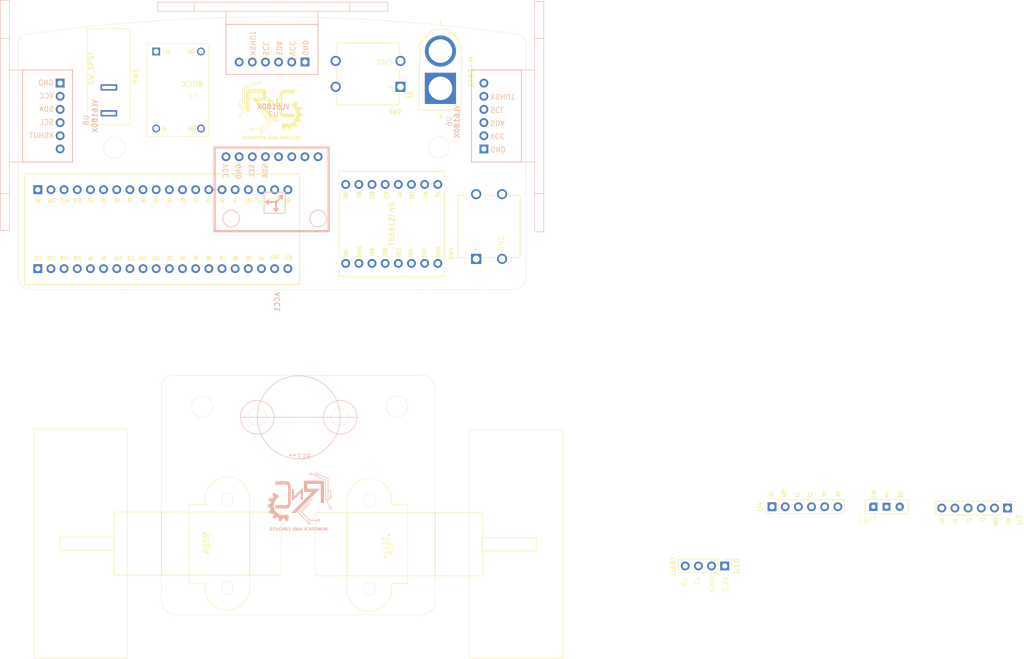
<source format=kicad_pcb>
(kicad_pcb (version 20241229) (generator "pcbnew") (generator_version "9.0")
  (layers (0 "F.Cu" signal) (2 "B.Cu" signal) (13 "F.Paste" user) (15 "B.Paste" user) (5 "F.SilkS" user "F.Silkscreen") (7 "B.SilkS" user "B.Silkscreen") (1 "F.Mask" user) (3 "B.Mask" user) (25 "Edge.Cuts" user))
  (net 0 "")
  (net 1 "3.3v")
  (net 2 "GND")
  (net 3 "SDA")
  (net 4 "SCL")
  (net 5 "push button")
  (net 6 "XSHUT 1")
  (net 7 "XSHUT 2")
  (net 10 "encoder A2")
  (net 11 "STBY")
  (net 12 "encoder A1")
  (net 13 "PWM B")
  (net 15 "encoder B1")
  (net 16 "XSHUT 3")
  (net 22 "BIN2")
  (net 24 "push button 1")
  (net 25 "encoder B2")
  (net 27 "BIN1")
  (net 28 "AIN1")
  (net 29 "AIN2")
  (net 30 "Tx")
  (net 31 "5v")
  (net 34 "PWM A")
  (net 35 "Rx")
  (net 39 "7.4vb")
  (net 40 "AO2")
  (net 41 "AO1")
  (net 42 "BO2")
  (net 43 "BO1")
  (net 44 "7.4v")
  (net 47 "slide_SW")
  (footprint "push button 1:SW_VS-1213-67-160GF" (layer "F.Cu") (at 147.569226 16.774364 180)
    (property "Reference" "SW2" (at -5.2062 -7.30401 0) (layer "F.SilkS") (effects (font (size 0.801197 0.801197))))
    (property "Value" "SW_Push")
    (fp_text user "GND" (at -4.826 2.921 180) (layer "F.SilkS") (effects (font (thickness 0.1)) (justify left bottom)))
    (fp_text user "+" (at -5.08 -2.159 180) (layer "F.SilkS") (effects (font (thickness 0.1)) (justify left bottom)))
    (pad "1" thru_hole rect (at -6.25 -2.5 180) (size 1.95 1.95) (drill 1.3) (layers "*.Cu" "*.Mask") (net 24 "push button 1"))
    (pad "2" thru_hole circle (at -6.25 2.5 180) (size 1.95 1.95) (drill 1.3) (layers "*.Cu" "*.Mask") (net 2 "GND"))
    (pad "3" thru_hole circle (at 6.25 -2.5 180) (size 1.95 1.95) (drill 1.3) (layers "*.Cu" "*.Mask"))
    (pad "4" thru_hole circle (at 6.25 2.5 180) (size 1.95 1.95) (drill 1.3) (layers "*.Cu" "*.Mask"))
  )
  (footprint "XT60:AMASS_XT60-M" (layer "F.Cu") (at 161.539226 15.968364 90)
    (property "Reference" "J1" (at -4.825 -5.935 90) (layer "F.SilkS"))
    (property "Value" "XT60-M" (at -0.38 5.935 90) (layer "F.SilkS"))
    (pad "N" thru_hole circle (at 3.6 0 90) (size 6 6) (drill 4.55) (layers "*.Cu" "*.Mask") (net 2 "GND"))
    (pad "P" thru_hole rect (at -3.6 0 90) (size 6 6) (drill 4.55) (layers "*.Cu" "*.Mask") (net 44 "7.4v"))
  )
  (footprint "rnc:rnc3" (layer "F.Cu") (at 129.027226 24.394364)
    (property "Reference" "G***" (hide yes))
    (property "Value" "LOGO" (hide yes))
  )
  (footprint "n20 motor:n20 motor" (layer "F.Cu") (at 118.618 107.442)
    (property "Reference" "REF**" (at -2.365 -0.254 90) (layer "F.SilkS") (effects (font (thickness 0.1))))
    (property "Value" "n20 motor")
  )
  (footprint "slide switch:SLIDE SW" (layer "F.Cu") (at 247.6 103.41)
    (property "Reference" "SW3" (hide yes))
    (property "Value" "SW_SPDT_312" (hide yes))
    (fp_text user "+ve" (at -0.381 -6.35 270) (layer "F.SilkS") (effects (font (size 0.8 0.5) (thickness 0.125) (bold yes)) (justify left bottom)))
    (fp_text user "GND\n" (at 2.286 -6.35 270) (layer "F.SilkS") (effects (font (size 0.8 0.5) (thickness 0.125) (bold yes)) (justify left bottom)))
    (fp_text user "LEFT" (at -5.26 0.13 0) (layer "F.SilkS") (effects (font (thickness 0.1)) (justify left bottom)))
    (fp_text user "MCU\n" (at -2.921 -6.35 270) (layer "F.SilkS") (effects (font (size 0.8 0.5) (thickness 0.125) (bold yes)) (justify left bottom)))
    (pad "1" thru_hole roundrect (at -2.49 -3.08) (size 1.6 1.6) (drill 0.8) (layers "*.Cu" "*.Mask") (roundrect_rratio 0) (chamfer_ratio 0.2) (chamfer top_left) (net 47 "slide_SW"))
    (pad "2" thru_hole rect (at 0.05 -3.08) (size 1.5 1.5) (drill 0.8) (layers "*.Cu" "*.Mask") (net 1 "3.3v"))
    (pad "3" thru_hole circle (at 2.59 -3.08) (size 1.6 1.6) (drill 0.8) (layers "*.Cu" "*.Mask") (net 2 "GND"))
  )
  (footprint "Connector_PinHeader_2.54mm:PinHeader_1x06_P2.54mm_Vertical" (layer "F.Cu") (at 271.018 100.584 -90)
    (property "Reference" "U3" (at 2.286 -2.33 90) (layer "F.SilkS"))
    (property "Value" "N20 encoder right")
    (fp_text user "C2" (at 1.778 7.874 270) (layer "F.SilkS") (effects (font (size 0.8 0.5) (thickness 0.125) (bold yes)) (justify left bottom)))
    (fp_text user "M1" (at 1.905 0.381 270) (layer "F.SilkS") (effects (font (size 0.8 0.5) (thickness 0.125) (bold yes)) (justify left bottom)))
    (fp_text user "C1\n" (at 1.778 5.334 270) (layer "F.SilkS") (effects (font (size 0.8 0.5) (thickness 0.125) (bold yes)) (justify left bottom)))
    (fp_text user "GND\n" (at 1.778 2.794 270) (layer "F.SilkS") (effects (font (size 0.8 0.5) (thickness 0.125) (bold yes)) (justify left bottom)))
    (fp_text user "Vcc" (at 1.905 10.541 270) (layer "F.SilkS") (effects (font (size 0.8 0.5) (thickness 0.125) (bold yes)) (justify left bottom)))
    (fp_text user "M2" (at 1.905 13.208 270) (layer "F.SilkS") (effects (font (size 0.8 0.5) (thickness 0.125) (bold yes)) (justify left bottom)))
    (pad "1" thru_hole rect (at 0 0 270) (size 1.7 1.7) (drill 1) (layers "*.Cu" "*.Mask") (net 41 "AO1"))
    (pad "2" thru_hole oval (at 0 2.54 270) (size 1.7 1.7) (drill 1) (layers "*.Cu" "*.Mask") (net 2 "GND"))
    (pad "3" thru_hole oval (at 0 5.08 270) (size 1.7 1.7) (drill 1) (layers "*.Cu" "*.Mask") (net 12 "encoder A1"))
    (pad "4" thru_hole oval (at 0 7.62 270) (size 1.7 1.7) (drill 1) (layers "*.Cu" "*.Mask") (net 15 "encoder B1"))
    (pad "5" thru_hole oval (at 0 10.16 270) (size 1.7 1.7) (drill 1) (layers "*.Cu" "*.Mask") (net 1 "3.3v"))
    (pad "6" thru_hole oval (at 0 12.7 270) (size 1.7 1.7) (drill 1) (layers "*.Cu" "*.Mask") (net 40 "AO2"))
  )
  (footprint "STM32:STM32" (layer "F.Cu") (at 107.945226 46.492364)
    (property "Reference" "U2" (hide yes))
    (property "Value" "STM32 Blackpill" (hide yes))
    (fp_text user "B4" (at 3.302 6.35 0) (layer "F.SilkS") (effects (font (size 0.8 0.5) (thickness 0.125) (bold yes)) (justify left bottom)))
    (fp_text user "A9" (at -11.938 6.35 0) (layer "F.SilkS") (effects (font (size 0.8 0.5) (thickness 0.125) (bold yes)) (justify left bottom)))
    (fp_text user "GND" (at -22.352 -4.826 0) (layer "F.SilkS") (effects (font (size 0.8 0.5) (thickness 0.125) (bold yes)) (justify left bottom)))
    (fp_text user "B8" (at 13.462 6.35 0) (layer "F.SilkS") (effects (font (size 0.8 0.5) (thickness 0.125) (bold yes)) (justify left bottom)))
    (fp_text user "C13\n" (at 20.828 -4.826 0) (layer "F.SilkS") (effects (font (size 0.8 0.5) (thickness 0.125) (bold yes)) (justify left bottom)))
    (fp_text user "C15" (at 15.748 -4.826 0) (layer "F.SilkS") (effects (font (size 0.8 0.5) (thickness 0.125) (bold yes)) (justify left bottom)))
    (fp_text user "B3" (at 0.762 6.35 0) (layer "F.SilkS") (effects (font (size 0.8 0.5) (thickness 0.125) (bold yes)) (justify left bottom)))
    (fp_text user "A1" (at 8.382 -4.826 0) (layer "F.SilkS") (effects (font (size 0.8 0.5) (thickness 0.125) (bold yes)) (justify left bottom)))
    (fp_text user "A11" (at -6.858 6.35 0) (layer "F.SilkS") (effects (font (size 0.8 0.5) (thickness 0.125) (bold yes)) (justify left bottom)))
    (fp_text user "A10" (at -9.398 6.35 0) (layer "F.SilkS") (effects (font (size 0.8 0.5) (thickness 0.125) (bold yes)) (justify left bottom)))
    (fp_text user "A7" (at -6.858 -4.826 0) (layer "F.SilkS") (effects (font (size 0.8 0.5) (thickness 0.125) (bold yes)) (justify left bottom)))
    (fp_text user "GND" (at 20.828 6.096 0) (layer "F.SilkS") (effects (font (size 0.8 0.5) (thickness 0.125) (bold yes)) (justify left bottom)))
    (fp_text user "A2" (at 5.842 -4.826 0) (layer "F.SilkS") (effects (font (size 0.8 0.5) (thickness 0.125) (bold yes)) (justify left bottom)))
    (fp_text user "5V" (at -24.638 -4.826 0) (layer "F.SilkS") (effects (font (size 0.8 0.5) (thickness 0.125) (bold yes)) (justify left bottom)))
    (fp_text user "A3" (at 3.302 -4.826 0) (layer "F.SilkS") (effects (font (size 0.8 0.5) (thickness 0.125) (bold yes)) (justify left bottom)))
    (fp_text user "5v" (at 18.542 6.35 0) (layer "F.SilkS") (effects (font (size 0.8 0.5) (thickness 0.125) (bold yes)) (justify left bottom)))
    (fp_text user "B7" (at 10.922 6.35 0) (layer "F.SilkS") (effects (font (size 0.8 0.5) (thickness 0.125) (bold yes)) (justify left bottom)))
    (fp_text user "B5" (at 5.842 6.35 0) (layer "F.SilkS") (effects (font (size 0.8 0.5) (thickness 0.125) (bold yes)) (justify left bottom)))
    (fp_text user "A4" (at 0.762 -4.826 0) (layer "F.SilkS") (effects (font (size 0.8 0.5) (thickness 0.125) (bold yes)) (justify left bottom)))
    (fp_text user "B12\n" (at -24.892 6.35 0) (layer "F.SilkS") (effects (font (size 0.8 0.5) (thickness 0.125) (bold yes)) (justify left bottom)))
    (fp_text user "B13" (at -22.352 6.35 0) (layer "F.SilkS") (effects (font (size 0.8 0.5) (thickness 0.125) (bold yes)) (justify left bottom)))
    (fp_text user "A0" (at 10.922 -4.826 0) (layer "F.SilkS") (effects (font (size 0.8 0.5) (thickness 0.125) (bold yes)) (justify left bottom)))
    (fp_text user "B1" (at -11.938 -4.826 0) (layer "F.SilkS") (effects (font (size 0.8 0.5) (thickness 0.125) (bold yes)) (justify left bottom)))
    (fp_text user "B14" (at -19.812 6.35 0) (layer "F.SilkS") (effects (font (size 0.8 0.5) (thickness 0.125) (bold yes)) (justify left bottom)))
    (fp_text user "A5" (at -1.778 -4.826 0) (layer "F.SilkS") (effects (font (size 0.8 0.5) (thickness 0.125) (bold yes)) (justify left bottom)))
    (fp_text user "A12\n" (at -4.572 6.35 0) (layer "F.SilkS") (effects (font (size 0.8 0.5) (thickness 0.125) (bold yes)) (justify left bottom)))
    (fp_text user "R" (at 13.589 -4.826 0) (layer "F.SilkS") (effects (font (size 0.8 0.5) (thickness 0.125) (bold yes)) (justify left bottom)))
    (fp_text user "A6" (at -4.318 -4.826 0) (layer "F.SilkS") (effects (font (size 0.8 0.5) (thickness 0.125) (bold yes)) (justify left bottom)))
    (fp_text user "B6" (at 8.382 6.35 0) (layer "F.SilkS") (effects (font (size 0.8 0.5) (thickness 0.125) (bold yes)) (justify left bottom)))
    (fp_text user "A15" (at -2.032 6.35 0) (layer "F.SilkS") (effects (font (size 0.8 0.5) (thickness 0.125) (bold yes)) (justify left bottom)))
    (fp_text user "B9\n" (at 16.002 6.35 0) (layer "F.SilkS") (effects (font (size 0.8 0.5) (thickness 0.125) (bold yes)) (justify left bottom)))
    (fp_text user "B15" (at -17.272 6.35 0) (layer "F.SilkS") (effects (font (size 0.8 0.5) (thickness 0.125) (bold yes)) (justify left bottom)))
    (fp_text user "C14" (at 18.288 -4.826 0) (layer "F.SilkS") (effects (font (size 0.8 0.5) (thickness 0.125) (bold yes)) (justify left bottom)))
    (fp_text user "B0" (at -9.398 -4.826 0) (layer "F.SilkS") (effects (font (size 0.8 0.5) (thickness 0.125) (bold yes)) (justify left bottom)))
    (fp_text user "B2" (at -14.478 -4.826 0) (layer "F.SilkS") (effects (font (size 0.8 0.5) (thickness 0.125) (bold yes)) (justify left bottom)))
    (fp_text user "B10" (at -17.272 -4.826 0) (layer "F.SilkS") (effects (font (size 0.8 0.5) (thickness 0.125) (bold yes)) (justify left bottom)))
    (fp_text user "A8" (at -14.478 6.35 0) (layer "F.SilkS") (effects (font (size 0.8 0.5) (thickness 0.125) (bold yes)) (justify left bottom)))
    (fp_text user "3.3v" (at 23.368 6.096 0) (layer "F.SilkS") (effects (font (size 0.8 0.5) (thickness 0.125) (bold yes)) (justify left bottom)))
    (fp_text user "3.3v" (at -19.812 -4.826 0) (layer "F.SilkS") (effects (font (size 0.8 0.5) (thickness 0.125) (bold yes)) (justify left bottom)))
    (fp_text user "VB\n" (at 23.622 -4.826 0) (layer "F.SilkS") (effects (font (size 0.8 0.5) (thickness 0.125) (bold yes)) (justify left bottom)))
    (pad "1" thru_hole rect (at -24.13 7.874) (size 1.7 1.7) (drill 1) (layers "*.Cu" "*.Mask") (net 11 "STBY"))
    (pad "2" thru_hole circle (at -21.59 7.874) (size 1.7 1.7) (drill 1) (layers "*.Cu" "*.Mask") (net 6 "XSHUT 1"))
    (pad "3" thru_hole circle (at -19.05 7.874) (size 1.7 1.7) (drill 1) (layers "*.Cu" "*.Mask") (net 7 "XSHUT 2"))
    (pad "4" thru_hole circle (at -16.51 7.874) (size 1.7 1.7) (drill 1) (layers "*.Cu" "*.Mask") (net 16 "XSHUT 3"))
    (pad "5" thru_hole circle (at -13.97 7.874) (size 1.7 1.7) (drill 1) (layers "*.Cu" "*.Mask") (net 5 "push button"))
    (pad "6" thru_hole circle (at -11.43 7.874) (size 1.7 1.7) (drill 1) (layers "*.Cu" "*.Mask") (net 30 "Tx"))
    (pad "7" thru_hole circle (at -8.89 7.874) (size 1.7 1.7) (drill 1) (layers "*.Cu" "*.Mask") (net 35 "Rx"))
    (pad "8" thru_hole circle (at -6.35 7.874) (size 1.7 1.7) (drill 1) (layers "*.Cu" "*.Mask"))
    (pad "9" thru_hole circle (at -3.81 7.874) (size 1.7 1.7) (drill 1) (layers "*.Cu" "*.Mask") (net 47 "slide_SW"))
    (pad "10" thru_hole circle (at -1.27 7.874) (size 1.7 1.7) (drill 1) (layers "*.Cu" "*.Mask") (net 15 "encoder B1"))
    (pad "11" thru_hole circle (at 1.27 7.874) (size 1.7 1.7) (drill 1) (layers "*.Cu" "*.Mask") (net 12 "encoder A1"))
    (pad "12" thru_hole circle (at 3.81 7.874) (size 1.7 1.7) (drill 1) (layers "*.Cu" "*.Mask"))
    (pad "13" thru_hole circle (at 6.35 7.874) (size 1.7 1.7) (drill 1) (layers "*.Cu" "*.Mask") (net 24 "push button 1"))
    (pad "14" thru_hole circle (at 8.89 7.874) (size 1.7 1.7) (drill 1) (layers "*.Cu" "*.Mask") (net 4 "SCL"))
    (pad "15" thru_hole circle (at 11.43 7.874) (size 1.7 1.7) (drill 1) (layers "*.Cu" "*.Mask") (net 3 "SDA"))
    (pad "16" thru_hole circle (at 13.97 7.874) (size 1.7 1.7) (drill 1) (layers "*.Cu" "*.Mask") (net 25 "encoder B2"))
    (pad "17" thru_hole circle (at 16.51 7.874) (size 1.7 1.7) (drill 1) (layers "*.Cu" "*.Mask") (net 10 "encoder A2"))
    (pad "18" thru_hole circle (at 19.05 7.874) (size 1.7 1.7) (drill 1) (layers "*.Cu" "*.Mask"))
    (pad "19" thru_hole circle (at 21.59 7.874) (size 1.7 1.7) (drill 1) (layers "*.Cu" "*.Mask") (net 2 "GND"))
    (pad "20" thru_hole circle (at 24.13 7.874) (size 1.7 1.7) (drill 1) (layers "*.Cu" "*.Mask") (net 1 "3.3v"))
    (pad "21" thru_hole circle (at 24.13 -7.366) (size 1.7 1.7) (drill 1) (layers "*.Cu" "*.Mask"))
    (pad "22" thru_hole circle (at 21.59 -7.366) (size 1.7 1.7) (drill 1) (layers "*.Cu" "*.Mask"))
    (pad "23" thru_hole circle (at 19.05 -7.366) (size 1.7 1.7) (drill 1) (layers "*.Cu" "*.Mask"))
    (pad "24" thru_hole circle (at 16.51 -7.366) (size 1.7 1.7) (drill 1) (layers "*.Cu" "*.Mask"))
    (pad "25" thru_hole circle (at 13.97 -7.366) (size 1.7 1.7) (drill 1) (layers "*.Cu" "*.Mask"))
    (pad "26" thru_hole circle (at 11.43 -7.366) (size 1.7 1.7) (drill 1) (layers "*.Cu" "*.Mask"))
    (pad "27" thru_hole circle (at 8.89 -7.366) (size 1.7 1.7) (drill 1) (layers "*.Cu" "*.Mask") (net 34 "PWM A"))
    (pad "28" thru_hole circle (at 6.35 -7.366) (size 1.7 1.7) (drill 1) (layers "*.Cu" "*.Mask") (net 29 "AIN2"))
    (pad "29" thru_hole circle (at 3.81 -7.366) (size 1.7 1.7) (drill 1) (layers "*.Cu" "*.Mask") (net 28 "AIN1"))
    (pad "30" thru_hole circle (at 1.27 -7.366) (size 1.7 1.7) (drill 1) (layers "*.Cu" "*.Mask") (net 27 "BIN1"))
    (pad "31" thru_hole circle (at -1.27 -7.366) (size 1.7 1.7) (drill 1) (layers "*.Cu" "*.Mask") (net 22 "BIN2"))
    (pad "32" thru_hole circle (at -3.81 -7.366) (size 1.7 1.7) (drill 1) (layers "*.Cu" "*.Mask") (net 13 "PWM B"))
    (pad "33" thru_hole circle (at -6.35 -7.366) (size 1.7 1.7) (drill 1) (layers "*.Cu" "*.Mask"))
    (pad "34" thru_hole circle (at -8.89 -7.366) (size 1.7 1.7) (drill 1) (layers "*.Cu" "*.Mask"))
    (pad "35" thru_hole circle (at -11.43 -7.366) (size 1.7 1.7) (drill 1) (layers "*.Cu" "*.Mask"))
    (pad "36" thru_hole circle (at -13.97 -7.366) (size 1.7 1.7) (drill 1) (layers "*.Cu" "*.Mask"))
    (pad "37" thru_hole circle (at -16.51 -7.366) (size 1.7 1.7) (drill 1) (layers "*.Cu" "*.Mask"))
    (pad "38" thru_hole circle (at -19.05 -7.366) (size 1.7 1.7) (drill 1) (layers "*.Cu" "*.Mask"))
    (pad "39" thru_hole circle (at -21.59 -7.366) (size 1.7 1.7) (drill 1) (layers "*.Cu" "*.Mask") (net 2 "GND"))
    (pad "40" thru_hole rect (at -24.13 -7.366) (size 1.7 1.7) (drill 1) (layers "*.Cu" "*.Mask") (net 31 "5v"))
  )
  (footprint "push button 1:SW_VS-1213-67-160GF" (layer "F.Cu") (at 170.937226 46.238364 90)
    (property "Reference" "SW4" (at -5.2062 -7.30401 90) (layer "F.SilkS") (effects (font (size 0.801197 0.801197))))
    (property "Value" "SW_Push")
    (fp_text user "GND" (at -4.826 2.921 90) (layer "F.SilkS") (effects (font (thickness 0.1)) (justify left bottom)))
    (fp_text user "+" (at -5.08 -2.159 90) (layer "F.SilkS") (effects (font (thickness 0.1)) (justify left bottom)))
    (pad "1" thru_hole rect (at -6.25 -2.5 90) (size 1.95 1.95) (drill 1.3) (layers "*.Cu" "*.Mask") (net 5 "push button"))
    (pad "2" thru_hole circle (at -6.25 2.5 90) (size 1.95 1.95) (drill 1.3) (layers "*.Cu" "*.Mask") (net 2 "GND"))
    (pad "3" thru_hole circle (at 6.25 -2.5 90) (size 1.95 1.95) (drill 1.3) (layers "*.Cu" "*.Mask"))
    (pad "4" thru_hole circle (at 6.25 2.5 90) (size 1.95 1.95) (drill 1.3) (layers "*.Cu" "*.Mask"))
  )
  (footprint "TB6612FNG:TB6612FNG" (layer "F.Cu") (at 152.141226 45.730364 -90)
    (property "Reference" "U5" (hide yes))
    (property "Value" "TB6612FNG" (at 0 0 90) (layer "F.SilkS"))
    (fp_text user "Vm\n" (at -6.35 -8.382 270) (layer "F.SilkS") (effects (font (size 0.8 0.5) (thickness 0.125) (bold yes)) (justify left bottom)))
    (fp_text user "B01\n" (at -6.35 6.858 270) (layer "F.SilkS") (effects (font (size 0.8 0.5) (thickness 0.125) (bold yes)) (justify left bottom)))
    (fp_text user "BIN1\n" (at 4.572 4.318 270) (layer "F.SilkS") (effects (font (size 0.8 0.5) (thickness 0.125) (bold yes)) (justify left bottom)))
    (fp_text user "PWMB" (at 4.254 6.858 270) (layer "F.SilkS") (effects (font (size 0.8 0.5) (thickness 0.125) (bold yes)) (justify left bottom)))
    (fp_text user "BO2\n" (at -6.35 4.318 270) (layer "F.SilkS") (effects (font (size 0.8 0.5) (thickness 0.125) (bold yes)) (justify left bottom)))
    (fp_text user "BIN2" (at 4.572 1.778 270) (layer "F.SilkS") (effects (font (size 0.8 0.5) (thickness 0.125) (bold yes)) (justify left bottom)))
    (fp_text user "GND\n" (at -6.35 -3.302 270) (layer "F.SilkS") (effects (font (size 0.8 0.5) (thickness 0.125) (bold yes)) (justify left bottom)))
    (fp_text user "GND\n" (at 4.826 9.398 270) (layer "F.SilkS") (effects (font (size 0.8 0.5) (thickness 0.125) (bold yes)) (justify left bottom)))
    (fp_text user "PWMA" (at 4.254 -8.375 270) (layer "F.SilkS") (effects (font (size 0.8 0.5) (thickness 0.125) (bold yes)) (justify left bottom)))
    (fp_text user "Vcc" (at -6.35 -6.096 270) (layer "F.SilkS") (effects (font (size 0.8 0.5) (thickness 0.125) (bold yes)) (justify left bottom)))
    (fp_text user "AIN1" (at 4.754 -3.168 270) (layer "F.SilkS") (effects (font (size 0.8 0.5) (thickness 0.125) (bold yes)) (justify left bottom)))
    (fp_text user "GND\n" (at -6.35 9.398 270) (layer "F.SilkS") (effects (font (size 0.8 0.5) (thickness 0.125) (bold yes)) (justify left bottom)))
    (fp_text user "A01" (at -6.35 -1.016 270) (layer "F.SilkS") (effects (font (size 0.8 0.5) (thickness 0.125) (bold yes)) (justify left bottom)))
    (fp_text user "AIN2" (at 4.754 -5.708 270) (layer "F.SilkS") (effects (font (size 0.8 0.5) (thickness 0.125) (bold yes)) (justify left bottom)))
    (fp_text user "STBY" (at 4.572 -0.762 270) (layer "F.SilkS") (effects (font (size 0.8 0.5) (thickness 0.125) (bold yes)) (justify left bottom)))
    (fp_text user "AO2\n" (at -6.35 1.524 270) (layer "F.SilkS") (effects (font (size 0.8 0.5) (thickness 0.125) (bold yes)) (justify left bottom)))
    (pad "1" thru_hole circle (at -7.62 -8.89 270) (size 1.7 1.7) (drill 1) (layers "*.Cu" "*.Mask") (net 39 "7.4vb"))
    (pad "2" thru_hole circle (at -7.62 -6.35 270) (size 1.7 1.7) (drill 1) (layers "*.Cu" "*.Mask") (net 1 "3.3v"))
    (pad "3" thru_hole circle (at -7.62 -3.81 270) (size 1.7 1.7) (drill 1) (layers "*.Cu" "*.Mask") (net 2 "GND"))
    (pad "4" thru_hole circle (at -7.62 -1.27 270) (size 1.7 1.7) (drill 1) (layers "*.Cu" "*.Mask") (net 41 "AO1"))
    (pad "5" thru_hole circle (at -7.62 1.27 270) (size 1.7 1.7) (drill 1) (layers "*.Cu" "*.Mask") (net 40 "AO2"))
    (pad "6" thru_hole circle (at -7.62 3.81 270) (size 1.7 1.7) (drill 1) (layers "*.Cu" "*.Mask") (net 42 "BO2"))
    (pad "7" thru_hole circle (at -7.62 6.35 270) (size 1.7 1.7) (drill 1) (layers "*.Cu" "*.Mask") (net 43 "BO1"))
    (pad "8" thru_hole circle (at -7.62 8.89 270) (size 1.7 1.7) (drill 1) (layers "*.Cu" "*.Mask") (net 2 "GND"))
    (pad "9" thru_hole circle (at 7.62 8.89 270) (size 1.7 1.7) (drill 1) (layers "*.Cu" "*.Mask") (net 2 "GND"))
    (pad "10" thru_hole circle (at 7.62 6.35 270) (size 1.7 1.7) (drill 1) (layers "*.Cu" "*.Mask") (net 13 "PWM B"))
    (pad "11" thru_hole circle (at 7.62 3.81 270) (size 1.7 1.7) (drill 1) (layers "*.Cu" "*.Mask") (net 22 "BIN2"))
    (pad "12" thru_hole circle (at 7.62 1.27 270) (size 1.7 1.7) (drill 1) (layers "*.Cu" "*.Mask") (net 27 "BIN1"))
    (pad "13" thru_hole circle (at 7.62 -1.27 270) (size 1.7 1.7) (drill 1) (layers "*.Cu" "*.Mask") (net 11 "STBY"))
    (pad "14" thru_hole circle (at 7.62 -3.81 270) (size 1.7 1.7) (drill 1) (layers "*.Cu" "*.Mask") (net 28 "AIN1"))
    (pad "15" thru_hole circle (at 7.62 -6.35 270) (size 1.7 1.7) (drill 1) (layers "*.Cu" "*.Mask") (net 29 "AIN2"))
    (pad "16" thru_hole circle (at 7.62 -8.89 270) (size 1.7 1.7) (drill 1) (layers "*.Cu" "*.Mask") (net 34 "PWM A"))
  )
  (footprint "Connector_PinHeader_2.54mm:PinHeader_1x06_P2.54mm_Vertical" (layer "F.Cu") (at 225.552 100.33 90)
    (property "Reference" "U4" (at 0 -2.33 90) (layer "F.SilkS"))
    (property "Value" "N20 encoder left")
    (fp_text user "C1\n" (at 1.778 5.334 90) (layer "F.SilkS") (effects (font (size 0.8 0.5) (thickness 0.125) (bold yes)) (justify left bottom)))
    (fp_text user "GND\n" (at 1.778 2.794 90) (layer "F.SilkS") (effects (font (size 0.8 0.5) (thickness 0.125) (bold yes)) (justify left bottom)))
    (fp_text user "M1" (at 1.905 0.381 90) (layer "F.SilkS") (effects (font (size 0.8 0.5) (thickness 0.125) (bold yes)) (justify left bottom)))
    (fp_text user "M2" (at 1.905 13.208 90) (layer "F.SilkS") (effects (font (size 0.8 0.5) (thickness 0.125) (bold yes)) (justify left bottom)))
    (fp_text user "C2" (at 1.778 7.874 90) (layer "F.SilkS") (effects (font (size 0.8 0.5) (thickness 0.125) (bold yes)) (justify left bottom)))
    (fp_text user "Vcc" (at 1.905 10.541 90) (layer "F.SilkS") (effects (font (size 0.8 0.5) (thickness 0.125) (bold yes)) (justify left bottom)))
    (pad "1" thru_hole rect (at 0 0 90) (size 1.7 1.7) (drill 1) (layers "*.Cu" "*.Mask") (net 43 "BO1"))
    (pad "2" thru_hole oval (at 0 2.54 90) (size 1.7 1.7) (drill 1) (layers "*.Cu" "*.Mask") (net 2 "GND"))
    (pad "3" thru_hole oval (at 0 5.08 90) (size 1.7 1.7) (drill 1) (layers "*.Cu" "*.Mask") (net 10 "encoder A2"))
    (pad "4" thru_hole oval (at 0 7.62 90) (size 1.7 1.7) (drill 1) (layers "*.Cu" "*.Mask") (net 25 "encoder B2"))
    (pad "5" thru_hole oval (at 0 10.16 90) (size 1.7 1.7) (drill 1) (layers "*.Cu" "*.Mask") (net 1 "3.3v"))
    (pad "6" thru_hole oval (at 0 12.7 90) (size 1.7 1.7) (drill 1) (layers "*.Cu" "*.Mask") (net 42 "BO2"))
  )
  (footprint "Connector_PinHeader_2.54mm:PinHeader_1x04_P2.54mm_Vertical" (layer "F.Cu") (at 216.408 111.76 -90)
    (property "Reference" "U10" (at 0 -2.33 90) (layer "F.SilkS"))
    (property "Value" "UART" (at 0 9.95 90) (layer "F.SilkS"))
    (fp_text user "3.3V\n" (at 5.334 -0.762 90) (layer "F.SilkS") (effects (font (thickness 0.1)) (justify left bottom)))
    (fp_text user "GND" (at 5.08 1.778 90) (layer "F.SilkS") (effects (font (thickness 0.1)) (justify left bottom)))
    (fp_text user "Tx" (at 3.81 4.572 90) (layer "F.SilkS") (effects (font (thickness 0.1)) (justify left bottom)))
    (fp_text user "Rx" (at 4.064 7.112 90) (layer "F.SilkS") (effects (font (thickness 0.1)) (justify left bottom)))
    (pad "1" thru_hole rect (at 0 0 270) (size 1.7 1.7) (drill 1) (layers "*.Cu" "*.Mask") (net 1 "3.3v"))
    (pad "2" thru_hole oval (at 0 2.54 270) (size 1.7 1.7) (drill 1) (layers "*.Cu" "*.Mask") (net 2 "GND"))
    (pad "3" thru_hole oval (at 0 5.08 270) (size 1.7 1.7) (drill 1) (layers "*.Cu" "*.Mask") (net 35 "Rx"))
    (pad "4" thru_hole oval (at 0 7.62 270) (size 1.7 1.7) (drill 1) (layers "*.Cu" "*.Mask") (net 30 "Tx"))
  )
  (footprint "power switch:battery_sw" (layer "F.Cu") (at 97.531226 17.209364 90)
    (property "Reference" "SW1" (at 0.06 5.17 90) (layer "F.SilkS"))
    (property "Value" "SW_SPST" (at 1.5 -3.41 90) (layer "F.SilkS"))
    (pad "" np_thru_hole circle (at 3.185 0 90) (size 2.2 2.2) (drill 2.2) (layers "*.Cu" "*.Mask"))
    (pad "" np_thru_hole circle (at 7.185 0 90) (size 2.2 2.2) (drill 2.2) (layers "*.Cu" "*.Mask"))
    (pad "1" thru_hole rect (at -2.185 0 90) (size 1.2 3.2) (drill oval 0.6 2.7) (layers "*.Cu" "*.Mask") (net 44 "7.4v"))
    (pad "2" thru_hole rect (at -7.185 0 90) (size 1.2 3.2) (drill oval 0.6 2.7) (layers "*.Cu" "*.Mask") (net 39 "7.4vb"))
  )
  (footprint "n20 motor:n20 motor" (layer "F.Cu") (at 149.606 107.569 180)
    (property "Reference" "REF**" (at -0.968 -0.635 270) (layer "F.SilkS") (effects (font (thickness 0.1))))
    (property "Value" "n20 motor")
  )
  (footprint "n20-bracket:Untitled" (layer "F.Cu") (at 152.403732 107.569 90)
    (property "Reference" "REF**" (at 0 -0.5 90) (layer "F.SilkS") (effects (font (thickness 0.1))))
    (property "Value" "n20 bracket")
    (fp_line (start 7.874 -5.588) (end 8.89 -5.588) (stroke (width 0.05)) (layer "Edge.Cuts"))
    (fp_line (start -9.112731 -5.588) (end -8.096731 -5.588) (stroke (width 0.05)) (layer "Edge.Cuts"))
    (fp_line (start 7.874004 -3.556) (end 8.89 -3.556) (stroke (width 0.05)) (layer "Edge.Cuts"))
    (fp_line (start -9.112727 -3.556) (end -8.096731 -3.556) (stroke (width 0.05)) (layer "Edge.Cuts"))
    (fp_arc (start 8.89 -5.588) (mid 9.683269 -4.572) (end 8.89 -3.556) (stroke (width 0.05)) (layer "Edge.Cuts"))
    (fp_arc (start -8.096731 -5.588) (mid -7.303462 -4.572) (end -8.096731 -3.556) (stroke (width 0.05)) (layer "Edge.Cuts"))
    (fp_arc (start 7.874 -3.556) (mid 7.080731 -4.572) (end 7.874 -5.588) (stroke (width 0.05)) (layer "Edge.Cuts"))
    (fp_arc (start -9.112731 -3.556) (mid -9.906 -4.572) (end -9.112731 -5.588) (stroke (width 0.05)) (layer "Edge.Cuts"))
  )
  (footprint "n20-bracket:Untitled" (layer "F.Cu") (at 115.820268 107.572732 -90)
    (property "Reference" "REF**" (at 0 -0.5 270) (layer "F.SilkS") (effects (font (thickness 0.1))))
    (property "Value" "n20 bracket")
    (fp_line (start -9.112727 -3.556) (end -8.096731 -3.556) (stroke (width 0.05)) (layer "Edge.Cuts"))
    (fp_line (start 7.874004 -3.556) (end 8.89 -3.556) (stroke (width 0.05)) (layer "Edge.Cuts"))
    (fp_line (start -9.112731 -5.588) (end -8.096731 -5.588) (stroke (width 0.05)) (layer "Edge.Cuts"))
    (fp_line (start 7.874 -5.588) (end 8.89 -5.588) (stroke (width 0.05)) (layer "Edge.Cuts"))
    (fp_arc (start -9.112731 -3.556) (mid -9.906 -4.572) (end -9.112731 -5.588) (stroke (width 0.05)) (layer "Edge.Cuts"))
    (fp_arc (start 7.874 -3.556) (mid 7.080731 -4.572) (end 7.874 -5.588) (stroke (width 0.05)) (layer "Edge.Cuts"))
    (fp_arc (start -8.096731 -5.588) (mid -7.303462 -4.572) (end -8.096731 -3.556) (stroke (width 0.05)) (layer "Edge.Cuts"))
    (fp_arc (start 8.89 -5.588) (mid 9.683269 -4.572) (end 8.89 -3.556) (stroke (width 0.05)) (layer "Edge.Cuts"))
  )
  (footprint "buck:buck" (layer "F.Cu") (at 112.263226 16.774364)
    (property "Reference" "U1" (at 1.524 4.191 180) (layer "F.SilkS") (effects (font (thickness 0.1))))
    (property "Value" "BUCK" (at 1.397 1.905 180) (layer "F.SilkS"))
    (fp_text user "7.4v" (at -4.572 -3.81 0) (layer "F.SilkS") (effects (font (size 0.8 0.5) (thickness 0.125) (bold yes)) (justify left bottom)))
    (fp_text user "GND\n" (at 0.254 -3.81 0) (layer "F.SilkS") (effects (font (size 0.8 0.5) (thickness 0.125) (bold yes)) (justify left bottom)))
    (fp_text user "GND\n" (at 0.508 11.049 0) (layer "F.SilkS") (effects (font (size 0.8 0.5) (thickness 0.125) (bold yes)) (justify left bottom)))
    (fp_text user "5v" (at -4.572 11.049 0) (layer "F.SilkS") (effects (font (size 0.8 0.5) (thickness 0.125) (bold yes)) (justify left bottom)))
    (pad "1" thru_hole rect (at -5.588 -4.318) (size 1.498 1.498) (drill 0.99) (layers "*.Cu" "*.Mask") (net 39 "7.4vb"))
    (pad "2" thru_hole circle (at -5.588 10.541) (size 1.498 1.498) (drill 0.99) (layers "*.Cu" "*.Mask") (net 31 "5v"))
    (pad "3" thru_hole circle (at 3.048 -4.318) (size 1.498 1.498) (drill 0.99) (layers "*.Cu" "*.Mask") (net 2 "GND"))
    (pad "4" thru_hole circle (at 3.048 10.541) (size 1.498 1.498) (drill 0.99) (layers "*.Cu" "*.Mask") (net 2 "GND"))
  )
  (footprint "GY-521:GY-521_SMD" (layer "B.Cu") (at 139.954 30.988 -90)
    (property "Reference" "ACC1" (at 29.834636 9.901226 90) (layer "B.SilkS") (effects (justify mirror)))
    (property "Value" "GY-521")
    (fp_text user "GND" (at 5.842 17.018 90) (layer "F.SilkS") (effects (font (thickness 0.1)) (justify left bottom)))
    (fp_text user "SDA" (at 5.842 11.684 90) (layer "F.SilkS") (effects (font (thickness 0.1)) (justify left bottom)))
    (fp_text user "VCC" (at 5.842 19.304 90) (layer "F.SilkS") (effects (font (thickness 0.1)) (justify left bottom)))
    (fp_text user "SCL" (at 5.842 14.224 90) (layer "F.SilkS") (effects (font (thickness 0.1)) (justify left bottom)))
    (fp_text user "GND" (at 3.048 16.764 90) (layer "B.SilkS") (effects (font (thickness 0.1)) (justify left bottom mirror)))
    (fp_text user "SDA" (at 3.048 11.684 90) (layer "B.SilkS") (effects (font (thickness 0.1)) (justify left bottom mirror)))
    (fp_text user "SCL" (at 3.048 14.224 90) (layer "B.SilkS") (effects (font (thickness 0.1)) (justify left bottom mirror)))
    (fp_text user "VCC" (at 3.048 19.304 90) (layer "B.SilkS") (effects (font (thickness 0.1)) (justify left bottom mirror)))
    (pad "1" thru_hole circle (at 1.778 19.812 270) (size 1.7 1.7) (drill 1) (layers "*.Cu" "*.Mask") (net 1 "3.3v"))
    (pad "2" thru_hole circle (at 1.778 17.272 270) (size 1.7 1.7) (drill 1) (layers "*.Cu" "*.Mask") (net 2 "GND"))
    (pad "3" thru_hole circle (at 1.778 14.732 270) (size 1.7 1.7) (drill 1) (layers "*.Cu" "*.Mask") (net 4 "SCL"))
    (pad "4" thru_hole circle (at 1.778 12.192 270) (size 1.7 1.7) (drill 1) (layers "*.Cu" "*.Mask") (net 3 "SDA"))
    (pad "5" thru_hole circle (at 1.778 9.652 270) (size 1.7 1.7) (drill 1) (layers "*.Cu" "*.Mask"))
    (pad "6" thru_hole circle (at 1.778 7.112 270) (size 1.7 1.7) (drill 1) (layers "*.Cu" "*.Mask"))
    (pad "7" thru_hole circle (at 1.778 4.572 270) (size 1.7 1.7) (drill 1) (layers "*.Cu" "*.Mask"))
    (pad "8" thru_hole circle (at 1.778 2.032 270) (size 1.7 1.7) (drill 1) (layers "*.Cu" "*.Mask"))
  )
  (footprint "VL6180X:VL6180X" (layer "B.Cu") (at 93.843226 24.906364 -90)
    (property "Reference" "U8" (at 0.766 0.71 90) (layer "B.SilkS") (effects (font (thickness 0.1)) (justify mirror)))
    (property "Value" "VL6180X" (at 0 -1 90) (layer "B.SilkS") (effects (justify mirror)))
    (fp_text user "GND" (at -7.104 6.858 180) (layer "F.SilkS") (effects (font (thickness 0.1)) (justify left bottom)))
    (fp_text user "SCL" (at 0.516 6.858 180) (layer "F.SilkS") (effects (font (thickness 0.1)) (justify left bottom)))
    (fp_text user "VCC" (at -4.564 6.858 180) (layer "F.SilkS") (effects (font (thickness 0.1)) (justify left bottom)))
    (fp_text user "XSHUT" (at 3.056 6.858 180) (layer "F.SilkS") (effects (font (thickness 0.1)) (justify left bottom)))
    (fp_text user "SDA" (at -2.024 6.858 180) (layer "F.SilkS") (effects (font (thickness 0.1)) (justify left bottom)))
    (fp_text user "SCL" (at 1.786 6.858 0) (layer "B.SilkS") (effects (font (thickness 0.1)) (justify left bottom mirror)))
    (fp_text user "SDA" (at -0.754 6.858 0) (layer "B.SilkS") (effects (font (thickness 0.1)) (justify left bottom mirror)))
    (fp_text user "GND" (at -5.834 6.858 0) (layer "B.SilkS") (effects (font (thickness 0.1)) (justify left bottom mirror)))
    (fp_text user "XSHUT" (at 4.326 6.858 0) (layer "B.SilkS") (effects (font (thickness 0.1)) (justify left bottom mirror)))
    (fp_text user "VCC" (at -3.294 6.858 0) (layer "B.SilkS") (effects (font (thickness 0.1)) (justify left bottom mirror)))
    (pad "1" thru_hole circle (at 6.35 5.71 270) (size 1.7 1.7) (drill 1) (layers "*.Cu" "*.Mask"))
    (pad "2" thru_hole circle (at 3.81 5.71 270) (size 1.7 1.7) (drill 1) (layers "*.Cu" "*.Mask") (net 7 "XSHUT 2"))
    (pad "3" thru_hole circle (at 1.27 5.71 270) (size 1.7 1.7) (drill 1) (layers "*.Cu" "*.Mask") (net 4 "SCL"))
    (pad "4" thru_hole circle (at -1.27 5.71 270) (size 1.7 1.7) (drill 1) (layers "*.Cu" "*.Mask") (net 3 "SDA"))
    (pad "5" thru_hole circle (at -3.81 5.71 270) (size 1.7 1.7) (drill 1) (layers "*.Cu" "*.Mask") (net 1 "3.3v"))
    (pad "6" thru_hole rect (at -6.35 5.71 270) (size 1.7 1.7) (drill 1) (layers "*.Cu" "*.Mask") (net 2 "GND"))
  )
  (footprint "castor:castor" (layer "B.Cu") (at 134.366 91.186 180)
    (property "Reference" "REF**" (at 0 0.5 0) (layer "B.SilkS") (effects (font (thickness 0.1)) (justify mirror)))
    (property "Value" "castor")
    (fp_line (start 7.669213 6.604) (end 8.685213 6.604) (stroke (width 0.05)) (layer "Edge.Cuts"))
    (fp_line (start 7.669212 9.651999) (end 8.685213 9.652) (stroke (width 0.05)) (layer "Edge.Cuts"))
    (fp_line (start -8.332787 6.604) (end -7.316787 6.604) (stroke (width 0.05)) (layer "Edge.Cuts"))
    (fp_line (start -8.332788 9.651999) (end -7.316787 9.652) (stroke (width 0.05)) (layer "Edge.Cuts"))
    (fp_arc (start 8.685213 6.604) (mid 9.976232 8.128) (end 8.685213 9.652) (stroke (width 0.05)) (layer "Edge.Cuts"))
    (fp_arc (start 7.669213 9.652) (mid 6.378189 8.128) (end 7.669213 6.604) (stroke (width 0.05)) (layer "Edge.Cuts"))
    (fp_arc (start -7.316787 6.604) (mid -6.025765 8.128) (end -7.316787 9.652) (stroke (width 0.05)) (layer "Edge.Cuts"))
    (fp_arc (start -8.332787 9.652) (mid -9.623809 8.128) (end -8.332787 6.604) (stroke (width 0.05)) (layer "Edge.Cuts"))
  )
  (footprint "VL6180X:VL6180X" (layer "B.Cu") (at 164.211226 24.906364 90)
    (property "Reference" "U6" (at -1.024 -0.9975 90) (layer "B.SilkS") (effects (font (thickness 0.1)) (justify mirror)))
    (property "Value" "VL6180X" (at -1.024 0.5025 90) (layer "B.SilkS") (effects (justify mirror)))
    (fp_text user "SCL" (at 0.516 6.858 0) (layer "F.SilkS") (effects (font (thickness 0.1)) (justify left bottom)))
    (fp_text user "GND" (at -7.104 6.858 0) (layer "F.SilkS") (effects (font (thickness 0.1)) (justify left bottom)))
    (fp_text user "XSHUT" (at 3.056 6.858 0) (layer "F.SilkS") (effects (font (thickness 0.1)) (justify left bottom)))
    (fp_text user "VCC" (at -4.564 6.858 0) (layer "F.SilkS") (effects (font (thickness 0.1)) (justify left bottom)))
    (fp_text user "SDA" (at -2.024 6.858 0) (layer "F.SilkS") (effects (font (thickness 0.1)) (justify left bottom)))
    (fp_text user "GND" (at -5.834 6.858 180) (layer "B.SilkS") (effects (font (thickness 0.1)) (justify left bottom mirror)))
    (fp_text user "SDA" (at -0.754 6.858 180) (layer "B.SilkS") (effects (font (thickness 0.1)) (justify left bottom mirror)))
    (fp_text user "SCL" (at 1.786 6.858 180) (layer "B.SilkS") (effects (font (thickness 0.1)) (justify left bottom mirror)))
    (fp_text user "XSHUT" (at 4.326 6.858 180) (layer "B.SilkS") (effects (font (thickness 0.1)) (justify left bottom mirror)))
    (fp_text user "VCC" (at -3.294 6.858 180) (layer "B.SilkS") (effects (font (thickness 0.1)) (justify left bottom mirror)))
    (pad "1" thru_hole circle (at 6.35 5.71 90) (size 1.7 1.7) (drill 1) (layers "*.Cu" "*.Mask"))
    (pad "2" thru_hole circle (at 3.81 5.71 90) (size 1.7 1.7) (drill 1) (layers "*.Cu" "*.Mask") (net 16 "XSHUT 3"))
    (pad "3" thru_hole circle (at 1.27 5.71 90) (size 1.7 1.7) (drill 1) (layers "*.Cu" "*.Mask") (net 4 "SCL"))
    (pad "4" thru_hole circle (at -1.27 5.71 90) (size 1.7 1.7) (drill 1) (layers "*.Cu" "*.Mask") (net 3 "SDA"))
    (pad "5" thru_hole circle (at -3.81 5.71 90) (size 1.7 1.7) (drill 1) (layers "*.Cu" "*.Mask") (net 1 "3.3v"))
    (pad "6" thru_hole rect (at -6.35 5.71 90) (size 1.7 1.7) (drill 1) (layers "*.Cu" "*.Mask") (net 2 "GND"))
  )
  (footprint "VL6180X:VL6180X" (layer "B.Cu") (at 129.023226 20.198364 180)
    (property "Reference" "U7" (at -0.262 -4.406 0) (layer "B.SilkS") (effects (font (thickness 0.1)) (justify mirror)))
    (property "Value" "VL6180X" (at -0.262 -2.906 0) (layer "B.SilkS") (effects (justify mirror)))
    (fp_text user "SDA" (at -2.032 6.858 90) (layer "F.SilkS") (effects (font (thickness 0.1)) (justify left bottom)))
    (fp_text user "GND" (at -7.112 6.858 90) (layer "F.SilkS") (effects (font (thickness 0.1)) (justify left bottom)))
    (fp_text user "SCL" (at 0.508 6.858 90) (layer "F.SilkS") (effects (font (thickness 0.1)) (justify left bottom)))
    (fp_text user "XSHUT" (at 3.048 6.858 90) (layer "F.SilkS") (effects (font (thickness 0.1)) (justify left bottom)))
    (fp_text user "VCC" (at -4.572 6.858 90) (layer "F.SilkS") (effects (font (thickness 0.1)) (justify left bottom)))
    (fp_text user "SCL" (at 1.778 6.858 270) (layer "B.SilkS") (effects (font (thickness 0.1)) (justify left bottom mirror)))
    (fp_text user "XSHUT" (at 4.318 6.858 270) (layer "B.SilkS") (effects (font (thickness 0.1)) (justify left bottom mirror)))
    (fp_text user "VCC" (at -3.302 6.858 270) (layer "B.SilkS") (effects (font (thickness 0.1)) (justify left bottom mirror)))
    (fp_text user "GND" (at -5.842 6.858 270) (layer "B.SilkS") (effects (font (thickness 0.1)) (justify left bottom mirror)))
    (fp_text user "SDA" (at -0.762 6.858 270) (layer "B.SilkS") (effects (font (thickness 0.1)) (justify left bottom mirror)))
    (pad "1" thru_hole circle (at 6.342 5.71 180) (size 1.7 1.7) (drill 1) (layers "*.Cu" "*.Mask"))
    (pad "2" thru_hole circle (at 3.802 5.71 180) (size 1.7 1.7) (drill 1) (layers "*.Cu" "*.Mask") (net 6 "XSHUT 1"))
    (pad "3" thru_hole circle (at 1.262 5.71 180) (size 1.7 1.7) (drill 1) (layers "*.Cu" "*.Mask") (net 4 "SCL"))
    (pad "4" thru_hole circle (at -1.278 5.71 180) (size 1.7 1.7) (drill 1) (layers "*.Cu" "*.Mask") (net 3 "SDA"))
    (pad "5" thru_hole circle (at -3.818 5.71 180) (size 1.7 1.7) (drill 1) (layers "*.Cu" "*.Mask") (net 1 "3.3v"))
    (pad "6" thru_hole rect (at -6.358 5.71 180) (size 1.7 1.7) (drill 1) (layers "*.Cu" "*.Mask") (net 2 "GND"))
  )
  (footprint "rnc:rnc3" (layer "B.Cu") (at 134.084793 99.915692 180)
    (property "Reference" "G***" (hide yes))
    (property "Value" "LOGO" (hide yes))
  )
  (gr_line (start 82.545226 58.430364) (end 100.325226 58.430364) (stroke (width 0.05)) (layer "Edge.Cuts"))
  (gr_circle (center 115.57 81.026) (end 117.62 81.026) (stroke (width 0.05)) (fill no) (layer "Edge.Cuts"))
  (gr_arc (start 81.782429 9.148804) (mid 129.026823 5.780977) (end 176.271226 9.14869) (stroke (width 0.05)) (layer "Edge.Cuts"))
  (gr_arc (start 176.271226 9.14869) (mid 177.532474 9.671116) (end 178.0549 10.932364) (stroke (width 0.05)) (layer "Edge.Cuts"))
  (gr_arc (start 79.999666 10.932364) (mid 80.521779 9.671476) (end 81.782435 9.148804) (stroke (width 0.05)) (layer "Edge.Cuts"))
  (gr_line (start 157.988 74.93) (end 109.982 74.93) (stroke (width 0.05)) (layer "Edge.Cuts"))
  (gr_line (start 79.999666 10.932364) (end 80.005226 55.890364) (stroke (width 0.05)) (layer "Edge.Cuts"))
  (gr_circle (center 153.162 81.026) (end 155.212 81.026) (stroke (width 0.05)) (fill no) (layer "Edge.Cuts"))
  (gr_line (start 160.528 77.47) (end 160.528 118.618) (stroke (width 0.05)) (layer "Edge.Cuts"))
  (gr_arc (start 82.545226 58.430364) (mid 80.749175 57.686415) (end 80.005226 55.890364) (stroke (width 0.05)) (layer "Edge.Cuts"))
  (gr_arc (start 107.696 77.216) (mid 108.365554 75.599554) (end 109.982 74.93) (stroke (width 0.05)) (layer "Edge.Cuts"))
  (gr_line (start 178.054 55.88) (end 178.0549 10.932364) (stroke (width 0.05)) (layer "Edge.Cuts"))
  (gr_line (start 100.325226 58.430364) (end 157.983226 58.430364) (stroke (width 0.05)) (layer "Edge.Cuts"))
  (gr_circle (center 98.547226 31.016364) (end 100.597226 31.016364) (stroke (width 0.05)) (fill no) (layer "Edge.Cuts"))
  (gr_arc (start 160.528 118.618) (mid 159.784051 120.414051) (end 157.988 121.158) (stroke (width 0.05)) (layer "Edge.Cuts"))
  (gr_line (start 107.696 77.216) (end 107.696 118.364) (stroke (width 0.05)) (layer "Edge.Cuts"))
  (gr_arc (start 110.49 121.158) (mid 108.514344 120.339656) (end 107.696 118.364) (stroke (width 0.05)) (layer "Edge.Cuts"))
  (gr_line (start 175.514 58.419937) (end 157.983226 58.430364) (stroke (width 0.05)) (layer "Edge.Cuts"))
  (gr_line (start 110.49 121.158) (end 157.988 121.158) (stroke (width 0.05)) (layer "Edge.Cuts"))
  (gr_circle (center 161.285226 30.998364) (end 163.335226 30.998364) (stroke (width 0.05)) (fill no) (layer "Edge.Cuts"))
  (gr_arc (start 157.988 74.93) (mid 159.784051 75.673949) (end 160.528 77.47) (stroke (width 0.05)) (layer "Edge.Cuts"))
  (gr_arc (start 178.054 55.88) (mid 177.310051 57.676051) (end 175.514 58.42) (stroke (width 0.05)) (layer "Edge.Cuts"))
)
</source>
